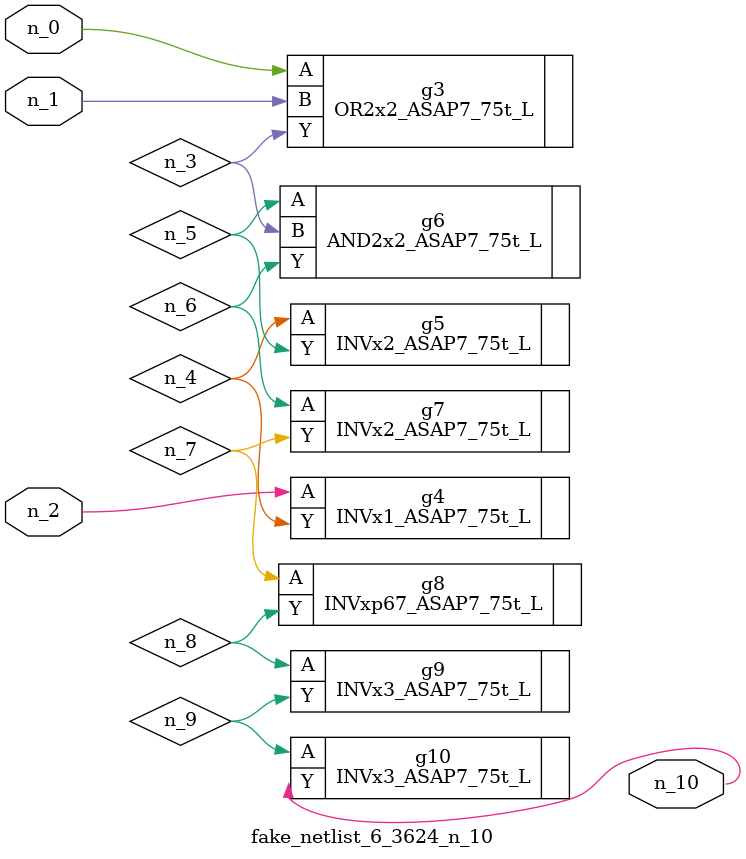
<source format=v>
module fake_netlist_6_3624_n_10 (n_1, n_0, n_2, n_10);

input n_1;
input n_0;
input n_2;

output n_10;

wire n_7;
wire n_6;
wire n_4;
wire n_5;
wire n_3;
wire n_9;
wire n_8;

OR2x2_ASAP7_75t_L g3 ( 
.A(n_0),
.B(n_1),
.Y(n_3)
);

INVx1_ASAP7_75t_L g4 ( 
.A(n_2),
.Y(n_4)
);

INVx2_ASAP7_75t_L g5 ( 
.A(n_4),
.Y(n_5)
);

AND2x2_ASAP7_75t_L g6 ( 
.A(n_5),
.B(n_3),
.Y(n_6)
);

INVx2_ASAP7_75t_L g7 ( 
.A(n_6),
.Y(n_7)
);

INVxp67_ASAP7_75t_L g8 ( 
.A(n_7),
.Y(n_8)
);

INVx3_ASAP7_75t_L g9 ( 
.A(n_8),
.Y(n_9)
);

INVx3_ASAP7_75t_L g10 ( 
.A(n_9),
.Y(n_10)
);


endmodule
</source>
